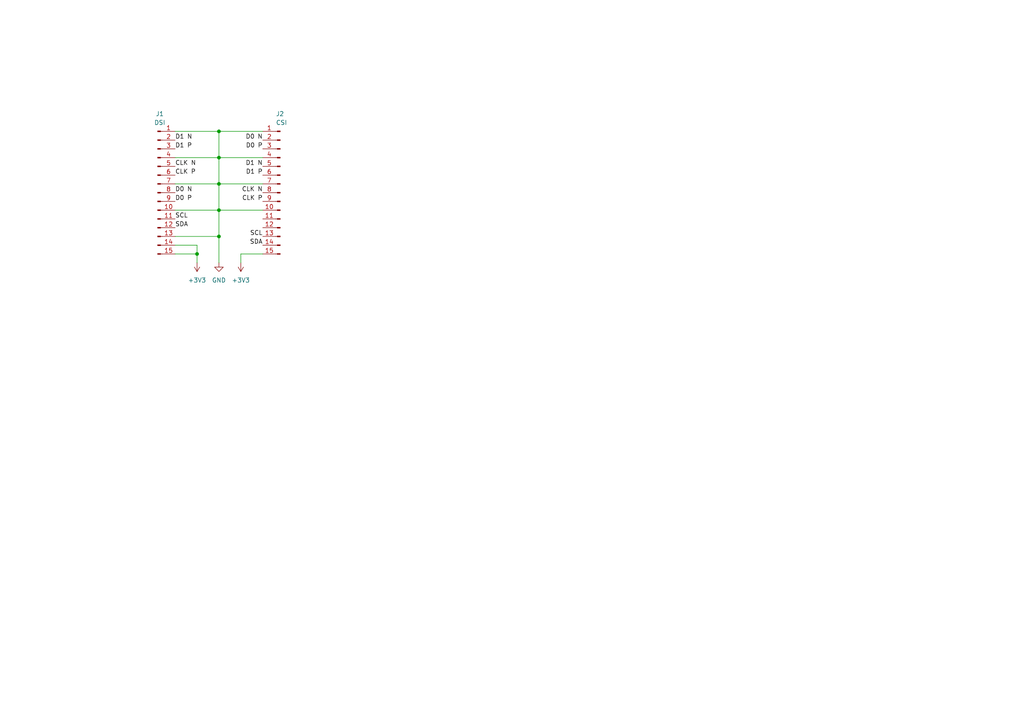
<source format=kicad_sch>
(kicad_sch (version 20230121) (generator eeschema)
  (paper "A4")
  (lib_symbols
    (symbol "Connector:Conn_01x15_Pin" (pin_names (offset 1.016) hide)
      (property "Reference" "J" (at 0 20.32 0))
      (property "Value" "Conn_01x15_Pin" (at 0 -20.32 0))
      (symbol "Conn_01x15_Pin_1_1"
        (polyline (pts (xy 1.27 -17.78) (xy 0.8636 -17.78)) (stroke (width 0.1524)))
        (polyline (pts (xy 1.27 -15.24) (xy 0.8636 -15.24)) (stroke (width 0.1524)))
        (polyline (pts (xy 1.27 -12.7) (xy 0.8636 -12.7)) (stroke (width 0.1524)))
        (polyline (pts (xy 1.27 -10.16) (xy 0.8636 -10.16)) (stroke (width 0.1524)))
        (polyline (pts (xy 1.27 -7.62) (xy 0.8636 -7.62)) (stroke (width 0.1524)))
        (polyline (pts (xy 1.27 -5.08) (xy 0.8636 -5.08)) (stroke (width 0.1524)))
        (polyline (pts (xy 1.27 -2.54) (xy 0.8636 -2.54)) (stroke (width 0.1524)))
        (polyline (pts (xy 1.27 0) (xy 0.8636 0)) (stroke (width 0.1524)))
        (polyline (pts (xy 1.27 2.54) (xy 0.8636 2.54)) (stroke (width 0.1524)))
        (polyline (pts (xy 1.27 5.08) (xy 0.8636 5.08)) (stroke (width 0.1524)))
        (polyline (pts (xy 1.27 7.62) (xy 0.8636 7.62)) (stroke (width 0.1524)))
        (polyline (pts (xy 1.27 10.16) (xy 0.8636 10.16)) (stroke (width 0.1524)))
        (polyline (pts (xy 1.27 12.7) (xy 0.8636 12.7)) (stroke (width 0.1524)))
        (polyline (pts (xy 1.27 15.24) (xy 0.8636 15.24)) (stroke (width 0.1524)))
        (polyline (pts (xy 1.27 17.78) (xy 0.8636 17.78)) (stroke (width 0.1524)))
        (rectangle (start 0.8636 -17.653) (end 0 -17.907) (stroke (width 0.1524)) (fill (type outline)))
        (rectangle (start 0.8636 -15.113) (end 0 -15.367) (stroke (width 0.1524)) (fill (type outline)))
        (rectangle (start 0.8636 -12.573) (end 0 -12.827) (stroke (width 0.1524)) (fill (type outline)))
        (rectangle (start 0.8636 -10.033) (end 0 -10.287) (stroke (width 0.1524)) (fill (type outline)))
        (rectangle (start 0.8636 -7.493) (end 0 -7.747) (stroke (width 0.1524)) (fill (type outline)))
        (rectangle (start 0.8636 -4.953) (end 0 -5.207) (stroke (width 0.1524)) (fill (type outline)))
        (rectangle (start 0.8636 -2.413) (end 0 -2.667) (stroke (width 0.1524)) (fill (type outline)))
        (rectangle (start 0.8636 0.127) (end 0 -0.127) (stroke (width 0.1524)) (fill (type outline)))
        (rectangle (start 0.8636 2.667) (end 0 2.413) (stroke (width 0.1524)) (fill (type outline)))
        (rectangle (start 0.8636 5.207) (end 0 4.953) (stroke (width 0.1524)) (fill (type outline)))
        (rectangle (start 0.8636 7.747) (end 0 7.493) (stroke (width 0.1524)) (fill (type outline)))
        (rectangle (start 0.8636 10.287) (end 0 10.033) (stroke (width 0.1524)) (fill (type outline)))
        (rectangle (start 0.8636 12.827) (end 0 12.573) (stroke (width 0.1524)) (fill (type outline)))
        (rectangle (start 0.8636 15.367) (end 0 15.113) (stroke (width 0.1524)) (fill (type outline)))
        (rectangle (start 0.8636 17.907) (end 0 17.653) (stroke (width 0.1524)) (fill (type outline)))
        (pin passive line (at 5.08 17.78 180) (length 3.81) (name "Pin_1") (number "1"))
        (pin passive line (at 5.08 -5.08 180) (length 3.81) (name "Pin_10") (number "10"))
        (pin passive line (at 5.08 -7.62 180) (length 3.81) (name "Pin_11") (number "11"))
        (pin passive line (at 5.08 -10.16 180) (length 3.81) (name "Pin_12") (number "12"))
        (pin passive line (at 5.08 -12.7 180) (length 3.81) (name "Pin_13") (number "13"))
        (pin passive line (at 5.08 -15.24 180) (length 3.81) (name "Pin_14") (number "14"))
        (pin passive line (at 5.08 -17.78 180) (length 3.81) (name "Pin_15") (number "15"))
        (pin passive line (at 5.08 15.24 180) (length 3.81) (name "Pin_2") (number "2"))
        (pin passive line (at 5.08 12.7 180) (length 3.81) (name "Pin_3") (number "3"))
        (pin passive line (at 5.08 10.16 180) (length 3.81) (name "Pin_4") (number "4"))
        (pin passive line (at 5.08 7.62 180) (length 3.81) (name "Pin_5") (number "5"))
        (pin passive line (at 5.08 5.08 180) (length 3.81) (name "Pin_6") (number "6"))
        (pin passive line (at 5.08 2.54 180) (length 3.81) (name "Pin_7") (number "7"))
        (pin passive line (at 5.08 0 180) (length 3.81) (name "Pin_8") (number "8"))
        (pin passive line (at 5.08 -2.54 180) (length 3.81) (name "Pin_9") (number "9"))
      )
    )
    (symbol "power:+3V3" (power) (pin_names (offset 0))
      (property "Value" "+3V3" (at 0 3.556 0))
      (symbol "+3V3_0_1"
        (polyline (pts (xy -0.762 1.27) (xy 0 2.54)))
        (polyline (pts (xy 0 0) (xy 0 2.54)))
        (polyline (pts (xy 0 2.54) (xy 0.762 1.27)))
      )
      (symbol "+3V3_1_1"
        (pin power_in line (at 0 0 90) (length 0) hide (name "+3V3") (number "1"))
      )
    )
    (symbol "power:GND" (power) (pin_names (offset 0))
      (property "Value" "GND" (at 0 -3.81 0))
      (symbol "GND_0_1"
        (polyline (pts (xy 0 0) (xy 0 -1.27) (xy 1.27 -1.27) (xy 0 -2.54) (xy -1.27 -1.27) (xy 0 -1.27)))
      )
      (symbol "GND_1_1"
        (pin power_in line (at 0 0 270) (length 0) hide (name "GND") (number "1"))
      )
    )
  )
  (junction (at 63.5 38.1))
  (junction (at 63.5 60.96))
  (junction (at 63.5 68.58))
  (junction (at 63.5 45.72))
  (junction (at 63.5 53.34))
  (junction (at 57.15 73.66))
  (wire (pts (xy 63.5 38.1) (xy 63.5 45.72)))
  (wire (pts (xy 50.8 53.34) (xy 63.5 53.34)))
  (wire (pts (xy 63.5 53.34) (xy 76.2 53.34)))
  (wire (pts (xy 57.15 73.66) (xy 57.15 76.2)))
  (wire (pts (xy 63.5 45.72) (xy 63.5 53.34)))
  (wire (pts (xy 69.85 73.66) (xy 69.85 76.2)))
  (wire (pts (xy 63.5 38.1) (xy 76.2 38.1)))
  (wire (pts (xy 50.8 73.66) (xy 57.15 73.66)))
  (wire (pts (xy 63.5 68.58) (xy 50.8 68.58)))
  (wire (pts (xy 57.15 71.12) (xy 57.15 73.66)))
  (wire (pts (xy 63.5 53.34) (xy 63.5 60.96)))
  (wire (pts (xy 50.8 38.1) (xy 63.5 38.1)))
  (wire (pts (xy 63.5 60.96) (xy 76.2 60.96)))
  (wire (pts (xy 63.5 60.96) (xy 63.5 68.58)))
  (wire (pts (xy 50.8 71.12) (xy 57.15 71.12)))
  (wire (pts (xy 63.5 68.58) (xy 63.5 76.2)))
  (wire (pts (xy 76.2 73.66) (xy 69.85 73.66)))
  (wire (pts (xy 50.8 45.72) (xy 63.5 45.72)))
  (wire (pts (xy 50.8 60.96) (xy 63.5 60.96)))
  (wire (pts (xy 63.5 45.72) (xy 76.2 45.72)))
  (label "CLK P" (at 76.2 58.42 180))
  (label "SDA" (at 50.8 66.04 0))
  (label "D0 P" (at 50.8 58.42 0))
  (label "CLK P" (at 50.8 50.8 0))
  (label "CLK N" (at 76.2 55.88 180))
  (label "D1 P" (at 50.8 43.18 0))
  (label "SDA" (at 76.2 71.12 180))
  (label "D0 N" (at 50.8 55.88 0))
  (label "SCL" (at 76.2 68.58 180))
  (label "SCL" (at 50.8 63.5 0))
  (label "D1 N" (at 50.8 40.64 0))
  (label "D1 P" (at 76.2 50.8 180))
  (label "D0 N" (at 76.2 40.64 180))
  (label "CLK N" (at 50.8 48.26 0))
  (label "D0 P" (at 76.2 43.18 180))
  (label "D1 N" (at 76.2 48.26 180))
  (symbol (lib_id "Connector:Conn_01x15_Pin") (at 45.72 55.88 0) (unit 1)
    (property "Reference" "J1" (at 46.355 33.02 0))
    (property "Value" "DSI" (at 46.355 35.56 0))
    (property "Footprint" "Connector_FFC-FPC:TE_1-84952-5_1x15-1MP_P1.0mm_Horizontal" (effects hide))
  )
  (symbol (lib_id "power:+3V3") (at 57.15 76.2 180) (unit 1)
    (property "Reference" "#PWR01" (effects hide))
    (property "Value" "+3V3" (at 57.15 81.28 0))
  )
  (symbol (lib_id "Connector:Conn_01x15_Pin") (at 81.28 55.88 0) (mirror y) (unit 1)
    (property "Reference" "J2" (at 80.01 33.02 0) (effects (justify right)))
    (property "Value" "CSI" (at 80.01 35.56 0) (effects (justify right)))
    (property "Footprint" "Connector_FFC-FPC:TE_1-84952-5_1x15-1MP_P1.0mm_Horizontal" (effects hide))
  )
  (symbol (lib_id "power:+3V3") (at 69.85 76.2 180) (unit 1)
    (property "Reference" "#PWR03" (effects hide))
    (property "Value" "+3V3" (at 69.85 81.28 0))
  )
  (symbol (lib_id "power:GND") (at 63.5 76.2 0) (unit 1)
    (property "Reference" "#PWR02" (effects hide))
    (property "Value" "GND" (at 63.5 81.28 0))
  )
)
</source>
